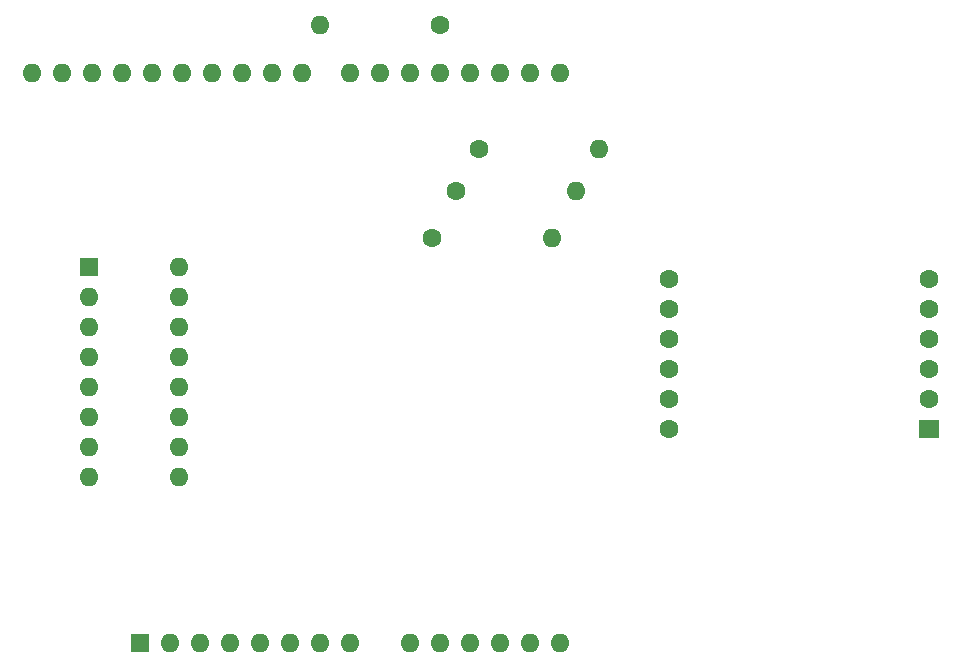
<source format=gbs>
%TF.GenerationSoftware,KiCad,Pcbnew,8.0.4-8.0.4-0~ubuntu24.04.1*%
%TF.CreationDate,2024-08-14T22:18:35+02:00*%
%TF.ProjectId,test_pcb,74657374-5f70-4636-922e-6b696361645f,rev?*%
%TF.SameCoordinates,Original*%
%TF.FileFunction,Soldermask,Bot*%
%TF.FilePolarity,Negative*%
%FSLAX46Y46*%
G04 Gerber Fmt 4.6, Leading zero omitted, Abs format (unit mm)*
G04 Created by KiCad (PCBNEW 8.0.4-8.0.4-0~ubuntu24.04.1) date 2024-08-14 22:18:35*
%MOMM*%
%LPD*%
G01*
G04 APERTURE LIST*
%ADD10C,1.600000*%
%ADD11O,1.600000X1.600000*%
%ADD12R,1.700000X1.600000*%
%ADD13R,1.600000X1.600000*%
G04 APERTURE END LIST*
D10*
X156080000Y-69000000D03*
D11*
X145920000Y-69000000D03*
D10*
X155420000Y-87000000D03*
D11*
X165580000Y-87000000D03*
D10*
X157420000Y-83000000D03*
D11*
X167580000Y-83000000D03*
D12*
X197500000Y-103200000D03*
D10*
X197500000Y-100660000D03*
X197500000Y-98120000D03*
X197500000Y-95580000D03*
X197500000Y-93040000D03*
X197500000Y-90500000D03*
X175500000Y-90500000D03*
X175500000Y-93040000D03*
X175500000Y-95580000D03*
X175500000Y-98120000D03*
X175500000Y-100660000D03*
X175500000Y-103200000D03*
D11*
X169580000Y-79500000D03*
D10*
X159420000Y-79500000D03*
D13*
X130720000Y-121260000D03*
D11*
X133260000Y-121260000D03*
X135800000Y-121260000D03*
X138340000Y-121260000D03*
X140880000Y-121260000D03*
X143420000Y-121260000D03*
X145960000Y-121260000D03*
X148500000Y-121260000D03*
X153580000Y-121260000D03*
X156120000Y-121260000D03*
X158660000Y-121260000D03*
X161200000Y-121260000D03*
X163740000Y-121260000D03*
X166280000Y-121260000D03*
X166280000Y-73000000D03*
X163740000Y-73000000D03*
X161200000Y-73000000D03*
X158660000Y-73000000D03*
X156120000Y-73000000D03*
X153580000Y-73000000D03*
X151040000Y-73000000D03*
X148500000Y-73000000D03*
X144440000Y-73000000D03*
X141900000Y-73000000D03*
X139360000Y-73000000D03*
X136820000Y-73000000D03*
X134280000Y-73000000D03*
X131740000Y-73000000D03*
X129200000Y-73000000D03*
X126660000Y-73000000D03*
X124120000Y-73000000D03*
X121580000Y-73000000D03*
X134000000Y-89420000D03*
X134000000Y-91960000D03*
X134000000Y-94500000D03*
X134000000Y-97040000D03*
X134000000Y-99580000D03*
X134000000Y-102120000D03*
X134000000Y-104660000D03*
X134000000Y-107200000D03*
X126380000Y-107200000D03*
X126380000Y-104660000D03*
X126380000Y-102120000D03*
X126380000Y-99580000D03*
X126380000Y-97040000D03*
X126380000Y-94500000D03*
X126380000Y-91960000D03*
D13*
X126380000Y-89420000D03*
M02*

</source>
